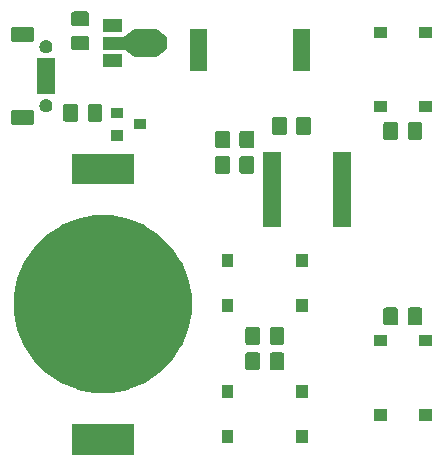
<source format=gbr>
G04 #@! TF.GenerationSoftware,KiCad,Pcbnew,5.1.4*
G04 #@! TF.CreationDate,2019-09-01T13:26:14+02:00*
G04 #@! TF.ProjectId,kroneum,6b726f6e-6575-46d2-9e6b-696361645f70,rev?*
G04 #@! TF.SameCoordinates,PX9eae8f0PY7ec80e0*
G04 #@! TF.FileFunction,Soldermask,Top*
G04 #@! TF.FilePolarity,Negative*
%FSLAX46Y46*%
G04 Gerber Fmt 4.6, Leading zero omitted, Abs format (unit mm)*
G04 Created by KiCad (PCBNEW 5.1.4) date 2019-09-01 13:26:14*
%MOMM*%
%LPD*%
G04 APERTURE LIST*
%ADD10C,0.020000*%
G04 APERTURE END LIST*
D10*
G36*
X-29489000Y419000D02*
G01*
X-34691000Y419000D01*
X-34691000Y3021000D01*
X-29489000Y3021000D01*
X-29489000Y419000D01*
X-29489000Y419000D01*
G37*
G36*
X-14739000Y1389000D02*
G01*
X-15691000Y1389000D01*
X-15691000Y2491000D01*
X-14739000Y2491000D01*
X-14739000Y1389000D01*
X-14739000Y1389000D01*
G37*
G36*
X-21039000Y1389000D02*
G01*
X-21991000Y1389000D01*
X-21991000Y2491000D01*
X-21039000Y2491000D01*
X-21039000Y1389000D01*
X-21039000Y1389000D01*
G37*
G36*
X-4239000Y3314000D02*
G01*
X-5341000Y3314000D01*
X-5341000Y4266000D01*
X-4239000Y4266000D01*
X-4239000Y3314000D01*
X-4239000Y3314000D01*
G37*
G36*
X-8039000Y3314000D02*
G01*
X-9141000Y3314000D01*
X-9141000Y4266000D01*
X-8039000Y4266000D01*
X-8039000Y3314000D01*
X-8039000Y3314000D01*
G37*
G36*
X-14739000Y5189000D02*
G01*
X-15691000Y5189000D01*
X-15691000Y6291000D01*
X-14739000Y6291000D01*
X-14739000Y5189000D01*
X-14739000Y5189000D01*
G37*
G36*
X-21039000Y5189000D02*
G01*
X-21991000Y5189000D01*
X-21991000Y6291000D01*
X-21039000Y6291000D01*
X-21039000Y5189000D01*
X-21039000Y5189000D01*
G37*
G36*
X-31338731Y20683543D02*
G01*
X-29908771Y20399107D01*
X-29887352Y20392609D01*
X-28540357Y19834665D01*
X-28520612Y19824111D01*
X-27308348Y19014102D01*
X-27291043Y18999901D01*
X-26260099Y17968957D01*
X-26245898Y17951652D01*
X-25435889Y16739388D01*
X-25425335Y16719643D01*
X-24867391Y15372648D01*
X-24860893Y15351229D01*
X-24576457Y13921269D01*
X-24574263Y13898989D01*
X-24574263Y12441011D01*
X-24576457Y12418731D01*
X-24860893Y10988771D01*
X-24867391Y10967352D01*
X-25425335Y9620357D01*
X-25435889Y9600612D01*
X-26245898Y8388348D01*
X-26260099Y8371043D01*
X-27291043Y7340099D01*
X-27308348Y7325898D01*
X-28520612Y6515889D01*
X-28540357Y6505335D01*
X-29887352Y5947391D01*
X-29908771Y5940893D01*
X-31338731Y5656457D01*
X-31361011Y5654263D01*
X-32818989Y5654263D01*
X-32841269Y5656457D01*
X-34271229Y5940893D01*
X-34292648Y5947391D01*
X-35639643Y6505335D01*
X-35659388Y6515889D01*
X-36871652Y7325898D01*
X-36888957Y7340099D01*
X-37919901Y8371043D01*
X-37934102Y8388348D01*
X-38744111Y9600612D01*
X-38754665Y9620357D01*
X-39312609Y10967352D01*
X-39319107Y10988771D01*
X-39603543Y12418731D01*
X-39605737Y12441011D01*
X-39605737Y13898989D01*
X-39603543Y13921269D01*
X-39319107Y15351229D01*
X-39312609Y15372648D01*
X-38754665Y16719643D01*
X-38744111Y16739388D01*
X-37934102Y17951652D01*
X-37919901Y17968957D01*
X-36888957Y18999901D01*
X-36871652Y19014102D01*
X-35659388Y19824111D01*
X-35639643Y19834665D01*
X-34292648Y20392609D01*
X-34271229Y20399107D01*
X-32841269Y20683543D01*
X-32818989Y20685737D01*
X-31361011Y20685737D01*
X-31338731Y20683543D01*
X-31338731Y20683543D01*
G37*
G36*
X-16876326Y9086535D02*
G01*
X-16838633Y9075101D01*
X-16803897Y9056534D01*
X-16773452Y9031548D01*
X-16748466Y9001103D01*
X-16729899Y8966367D01*
X-16718465Y8928674D01*
X-16714000Y8883339D01*
X-16714000Y7796661D01*
X-16718465Y7751326D01*
X-16729899Y7713633D01*
X-16748466Y7678897D01*
X-16773452Y7648452D01*
X-16803897Y7623466D01*
X-16838633Y7604899D01*
X-16876326Y7593465D01*
X-16921661Y7589000D01*
X-17758339Y7589000D01*
X-17803674Y7593465D01*
X-17841367Y7604899D01*
X-17876103Y7623466D01*
X-17906548Y7648452D01*
X-17931534Y7678897D01*
X-17950101Y7713633D01*
X-17961535Y7751326D01*
X-17966000Y7796661D01*
X-17966000Y8883339D01*
X-17961535Y8928674D01*
X-17950101Y8966367D01*
X-17931534Y9001103D01*
X-17906548Y9031548D01*
X-17876103Y9056534D01*
X-17841367Y9075101D01*
X-17803674Y9086535D01*
X-17758339Y9091000D01*
X-16921661Y9091000D01*
X-16876326Y9086535D01*
X-16876326Y9086535D01*
G37*
G36*
X-18926326Y9086535D02*
G01*
X-18888633Y9075101D01*
X-18853897Y9056534D01*
X-18823452Y9031548D01*
X-18798466Y9001103D01*
X-18779899Y8966367D01*
X-18768465Y8928674D01*
X-18764000Y8883339D01*
X-18764000Y7796661D01*
X-18768465Y7751326D01*
X-18779899Y7713633D01*
X-18798466Y7678897D01*
X-18823452Y7648452D01*
X-18853897Y7623466D01*
X-18888633Y7604899D01*
X-18926326Y7593465D01*
X-18971661Y7589000D01*
X-19808339Y7589000D01*
X-19853674Y7593465D01*
X-19891367Y7604899D01*
X-19926103Y7623466D01*
X-19956548Y7648452D01*
X-19981534Y7678897D01*
X-20000101Y7713633D01*
X-20011535Y7751326D01*
X-20016000Y7796661D01*
X-20016000Y8883339D01*
X-20011535Y8928674D01*
X-20000101Y8966367D01*
X-19981534Y9001103D01*
X-19956548Y9031548D01*
X-19926103Y9056534D01*
X-19891367Y9075101D01*
X-19853674Y9086535D01*
X-19808339Y9091000D01*
X-18971661Y9091000D01*
X-18926326Y9086535D01*
X-18926326Y9086535D01*
G37*
G36*
X-4239000Y9614000D02*
G01*
X-5341000Y9614000D01*
X-5341000Y10566000D01*
X-4239000Y10566000D01*
X-4239000Y9614000D01*
X-4239000Y9614000D01*
G37*
G36*
X-8039000Y9614000D02*
G01*
X-9141000Y9614000D01*
X-9141000Y10566000D01*
X-8039000Y10566000D01*
X-8039000Y9614000D01*
X-8039000Y9614000D01*
G37*
G36*
X-16876326Y11236535D02*
G01*
X-16838633Y11225101D01*
X-16803897Y11206534D01*
X-16773452Y11181548D01*
X-16748466Y11151103D01*
X-16729899Y11116367D01*
X-16718465Y11078674D01*
X-16714000Y11033339D01*
X-16714000Y9946661D01*
X-16718465Y9901326D01*
X-16729899Y9863633D01*
X-16748466Y9828897D01*
X-16773452Y9798452D01*
X-16803897Y9773466D01*
X-16838633Y9754899D01*
X-16876326Y9743465D01*
X-16921661Y9739000D01*
X-17758339Y9739000D01*
X-17803674Y9743465D01*
X-17841367Y9754899D01*
X-17876103Y9773466D01*
X-17906548Y9798452D01*
X-17931534Y9828897D01*
X-17950101Y9863633D01*
X-17961535Y9901326D01*
X-17966000Y9946661D01*
X-17966000Y11033339D01*
X-17961535Y11078674D01*
X-17950101Y11116367D01*
X-17931534Y11151103D01*
X-17906548Y11181548D01*
X-17876103Y11206534D01*
X-17841367Y11225101D01*
X-17803674Y11236535D01*
X-17758339Y11241000D01*
X-16921661Y11241000D01*
X-16876326Y11236535D01*
X-16876326Y11236535D01*
G37*
G36*
X-18926326Y11236535D02*
G01*
X-18888633Y11225101D01*
X-18853897Y11206534D01*
X-18823452Y11181548D01*
X-18798466Y11151103D01*
X-18779899Y11116367D01*
X-18768465Y11078674D01*
X-18764000Y11033339D01*
X-18764000Y9946661D01*
X-18768465Y9901326D01*
X-18779899Y9863633D01*
X-18798466Y9828897D01*
X-18823452Y9798452D01*
X-18853897Y9773466D01*
X-18888633Y9754899D01*
X-18926326Y9743465D01*
X-18971661Y9739000D01*
X-19808339Y9739000D01*
X-19853674Y9743465D01*
X-19891367Y9754899D01*
X-19926103Y9773466D01*
X-19956548Y9798452D01*
X-19981534Y9828897D01*
X-20000101Y9863633D01*
X-20011535Y9901326D01*
X-20016000Y9946661D01*
X-20016000Y11033339D01*
X-20011535Y11078674D01*
X-20000101Y11116367D01*
X-19981534Y11151103D01*
X-19956548Y11181548D01*
X-19926103Y11206534D01*
X-19891367Y11225101D01*
X-19853674Y11236535D01*
X-19808339Y11241000D01*
X-18971661Y11241000D01*
X-18926326Y11236535D01*
X-18926326Y11236535D01*
G37*
G36*
X-7251326Y12886535D02*
G01*
X-7213633Y12875101D01*
X-7178897Y12856534D01*
X-7148452Y12831548D01*
X-7123466Y12801103D01*
X-7104899Y12766367D01*
X-7093465Y12728674D01*
X-7089000Y12683339D01*
X-7089000Y11596661D01*
X-7093465Y11551326D01*
X-7104899Y11513633D01*
X-7123466Y11478897D01*
X-7148452Y11448452D01*
X-7178897Y11423466D01*
X-7213633Y11404899D01*
X-7251326Y11393465D01*
X-7296661Y11389000D01*
X-8133339Y11389000D01*
X-8178674Y11393465D01*
X-8216367Y11404899D01*
X-8251103Y11423466D01*
X-8281548Y11448452D01*
X-8306534Y11478897D01*
X-8325101Y11513633D01*
X-8336535Y11551326D01*
X-8341000Y11596661D01*
X-8341000Y12683339D01*
X-8336535Y12728674D01*
X-8325101Y12766367D01*
X-8306534Y12801103D01*
X-8281548Y12831548D01*
X-8251103Y12856534D01*
X-8216367Y12875101D01*
X-8178674Y12886535D01*
X-8133339Y12891000D01*
X-7296661Y12891000D01*
X-7251326Y12886535D01*
X-7251326Y12886535D01*
G37*
G36*
X-5201326Y12886535D02*
G01*
X-5163633Y12875101D01*
X-5128897Y12856534D01*
X-5098452Y12831548D01*
X-5073466Y12801103D01*
X-5054899Y12766367D01*
X-5043465Y12728674D01*
X-5039000Y12683339D01*
X-5039000Y11596661D01*
X-5043465Y11551326D01*
X-5054899Y11513633D01*
X-5073466Y11478897D01*
X-5098452Y11448452D01*
X-5128897Y11423466D01*
X-5163633Y11404899D01*
X-5201326Y11393465D01*
X-5246661Y11389000D01*
X-6083339Y11389000D01*
X-6128674Y11393465D01*
X-6166367Y11404899D01*
X-6201103Y11423466D01*
X-6231548Y11448452D01*
X-6256534Y11478897D01*
X-6275101Y11513633D01*
X-6286535Y11551326D01*
X-6291000Y11596661D01*
X-6291000Y12683339D01*
X-6286535Y12728674D01*
X-6275101Y12766367D01*
X-6256534Y12801103D01*
X-6231548Y12831548D01*
X-6201103Y12856534D01*
X-6166367Y12875101D01*
X-6128674Y12886535D01*
X-6083339Y12891000D01*
X-5246661Y12891000D01*
X-5201326Y12886535D01*
X-5201326Y12886535D01*
G37*
G36*
X-14739000Y12539000D02*
G01*
X-15691000Y12539000D01*
X-15691000Y13641000D01*
X-14739000Y13641000D01*
X-14739000Y12539000D01*
X-14739000Y12539000D01*
G37*
G36*
X-21039000Y12539000D02*
G01*
X-21991000Y12539000D01*
X-21991000Y13641000D01*
X-21039000Y13641000D01*
X-21039000Y12539000D01*
X-21039000Y12539000D01*
G37*
G36*
X-14739000Y16339000D02*
G01*
X-15691000Y16339000D01*
X-15691000Y17441000D01*
X-14739000Y17441000D01*
X-14739000Y16339000D01*
X-14739000Y16339000D01*
G37*
G36*
X-21039000Y16339000D02*
G01*
X-21991000Y16339000D01*
X-21991000Y17441000D01*
X-21039000Y17441000D01*
X-21039000Y16339000D01*
X-21039000Y16339000D01*
G37*
G36*
X-16989000Y19719000D02*
G01*
X-18541000Y19719000D01*
X-18541000Y26071000D01*
X-16989000Y26071000D01*
X-16989000Y19719000D01*
X-16989000Y19719000D01*
G37*
G36*
X-11089000Y19719000D02*
G01*
X-12641000Y19719000D01*
X-12641000Y26071000D01*
X-11089000Y26071000D01*
X-11089000Y19719000D01*
X-11089000Y19719000D01*
G37*
G36*
X-29489000Y23319000D02*
G01*
X-34691000Y23319000D01*
X-34691000Y25921000D01*
X-29489000Y25921000D01*
X-29489000Y23319000D01*
X-29489000Y23319000D01*
G37*
G36*
X-21476326Y25711535D02*
G01*
X-21438633Y25700101D01*
X-21403897Y25681534D01*
X-21373452Y25656548D01*
X-21348466Y25626103D01*
X-21329899Y25591367D01*
X-21318465Y25553674D01*
X-21314000Y25508339D01*
X-21314000Y24421661D01*
X-21318465Y24376326D01*
X-21329899Y24338633D01*
X-21348466Y24303897D01*
X-21373452Y24273452D01*
X-21403897Y24248466D01*
X-21438633Y24229899D01*
X-21476326Y24218465D01*
X-21521661Y24214000D01*
X-22358339Y24214000D01*
X-22403674Y24218465D01*
X-22441367Y24229899D01*
X-22476103Y24248466D01*
X-22506548Y24273452D01*
X-22531534Y24303897D01*
X-22550101Y24338633D01*
X-22561535Y24376326D01*
X-22566000Y24421661D01*
X-22566000Y25508339D01*
X-22561535Y25553674D01*
X-22550101Y25591367D01*
X-22531534Y25626103D01*
X-22506548Y25656548D01*
X-22476103Y25681534D01*
X-22441367Y25700101D01*
X-22403674Y25711535D01*
X-22358339Y25716000D01*
X-21521661Y25716000D01*
X-21476326Y25711535D01*
X-21476326Y25711535D01*
G37*
G36*
X-19426326Y25711535D02*
G01*
X-19388633Y25700101D01*
X-19353897Y25681534D01*
X-19323452Y25656548D01*
X-19298466Y25626103D01*
X-19279899Y25591367D01*
X-19268465Y25553674D01*
X-19264000Y25508339D01*
X-19264000Y24421661D01*
X-19268465Y24376326D01*
X-19279899Y24338633D01*
X-19298466Y24303897D01*
X-19323452Y24273452D01*
X-19353897Y24248466D01*
X-19388633Y24229899D01*
X-19426326Y24218465D01*
X-19471661Y24214000D01*
X-20308339Y24214000D01*
X-20353674Y24218465D01*
X-20391367Y24229899D01*
X-20426103Y24248466D01*
X-20456548Y24273452D01*
X-20481534Y24303897D01*
X-20500101Y24338633D01*
X-20511535Y24376326D01*
X-20516000Y24421661D01*
X-20516000Y25508339D01*
X-20511535Y25553674D01*
X-20500101Y25591367D01*
X-20481534Y25626103D01*
X-20456548Y25656548D01*
X-20426103Y25681534D01*
X-20391367Y25700101D01*
X-20353674Y25711535D01*
X-20308339Y25716000D01*
X-19471661Y25716000D01*
X-19426326Y25711535D01*
X-19426326Y25711535D01*
G37*
G36*
X-21476326Y27861535D02*
G01*
X-21438633Y27850101D01*
X-21403897Y27831534D01*
X-21373452Y27806548D01*
X-21348466Y27776103D01*
X-21329899Y27741367D01*
X-21318465Y27703674D01*
X-21314000Y27658339D01*
X-21314000Y26571661D01*
X-21318465Y26526326D01*
X-21329899Y26488633D01*
X-21348466Y26453897D01*
X-21373452Y26423452D01*
X-21403897Y26398466D01*
X-21438633Y26379899D01*
X-21476326Y26368465D01*
X-21521661Y26364000D01*
X-22358339Y26364000D01*
X-22403674Y26368465D01*
X-22441367Y26379899D01*
X-22476103Y26398466D01*
X-22506548Y26423452D01*
X-22531534Y26453897D01*
X-22550101Y26488633D01*
X-22561535Y26526326D01*
X-22566000Y26571661D01*
X-22566000Y27658339D01*
X-22561535Y27703674D01*
X-22550101Y27741367D01*
X-22531534Y27776103D01*
X-22506548Y27806548D01*
X-22476103Y27831534D01*
X-22441367Y27850101D01*
X-22403674Y27861535D01*
X-22358339Y27866000D01*
X-21521661Y27866000D01*
X-21476326Y27861535D01*
X-21476326Y27861535D01*
G37*
G36*
X-19426326Y27861535D02*
G01*
X-19388633Y27850101D01*
X-19353897Y27831534D01*
X-19323452Y27806548D01*
X-19298466Y27776103D01*
X-19279899Y27741367D01*
X-19268465Y27703674D01*
X-19264000Y27658339D01*
X-19264000Y26571661D01*
X-19268465Y26526326D01*
X-19279899Y26488633D01*
X-19298466Y26453897D01*
X-19323452Y26423452D01*
X-19353897Y26398466D01*
X-19388633Y26379899D01*
X-19426326Y26368465D01*
X-19471661Y26364000D01*
X-20308339Y26364000D01*
X-20353674Y26368465D01*
X-20391367Y26379899D01*
X-20426103Y26398466D01*
X-20456548Y26423452D01*
X-20481534Y26453897D01*
X-20500101Y26488633D01*
X-20511535Y26526326D01*
X-20516000Y26571661D01*
X-20516000Y27658339D01*
X-20511535Y27703674D01*
X-20500101Y27741367D01*
X-20481534Y27776103D01*
X-20456548Y27806548D01*
X-20426103Y27831534D01*
X-20391367Y27850101D01*
X-20353674Y27861535D01*
X-20308339Y27866000D01*
X-19471661Y27866000D01*
X-19426326Y27861535D01*
X-19426326Y27861535D01*
G37*
G36*
X-30414000Y27019000D02*
G01*
X-31416000Y27019000D01*
X-31416000Y27921000D01*
X-30414000Y27921000D01*
X-30414000Y27019000D01*
X-30414000Y27019000D01*
G37*
G36*
X-7251326Y28586535D02*
G01*
X-7213633Y28575101D01*
X-7178897Y28556534D01*
X-7148452Y28531548D01*
X-7123466Y28501103D01*
X-7104899Y28466367D01*
X-7093465Y28428674D01*
X-7089000Y28383339D01*
X-7089000Y27296661D01*
X-7093465Y27251326D01*
X-7104899Y27213633D01*
X-7123466Y27178897D01*
X-7148452Y27148452D01*
X-7178897Y27123466D01*
X-7213633Y27104899D01*
X-7251326Y27093465D01*
X-7296661Y27089000D01*
X-8133339Y27089000D01*
X-8178674Y27093465D01*
X-8216367Y27104899D01*
X-8251103Y27123466D01*
X-8281548Y27148452D01*
X-8306534Y27178897D01*
X-8325101Y27213633D01*
X-8336535Y27251326D01*
X-8341000Y27296661D01*
X-8341000Y28383339D01*
X-8336535Y28428674D01*
X-8325101Y28466367D01*
X-8306534Y28501103D01*
X-8281548Y28531548D01*
X-8251103Y28556534D01*
X-8216367Y28575101D01*
X-8178674Y28586535D01*
X-8133339Y28591000D01*
X-7296661Y28591000D01*
X-7251326Y28586535D01*
X-7251326Y28586535D01*
G37*
G36*
X-5201326Y28586535D02*
G01*
X-5163633Y28575101D01*
X-5128897Y28556534D01*
X-5098452Y28531548D01*
X-5073466Y28501103D01*
X-5054899Y28466367D01*
X-5043465Y28428674D01*
X-5039000Y28383339D01*
X-5039000Y27296661D01*
X-5043465Y27251326D01*
X-5054899Y27213633D01*
X-5073466Y27178897D01*
X-5098452Y27148452D01*
X-5128897Y27123466D01*
X-5163633Y27104899D01*
X-5201326Y27093465D01*
X-5246661Y27089000D01*
X-6083339Y27089000D01*
X-6128674Y27093465D01*
X-6166367Y27104899D01*
X-6201103Y27123466D01*
X-6231548Y27148452D01*
X-6256534Y27178897D01*
X-6275101Y27213633D01*
X-6286535Y27251326D01*
X-6291000Y27296661D01*
X-6291000Y28383339D01*
X-6286535Y28428674D01*
X-6275101Y28466367D01*
X-6256534Y28501103D01*
X-6231548Y28531548D01*
X-6201103Y28556534D01*
X-6166367Y28575101D01*
X-6128674Y28586535D01*
X-6083339Y28591000D01*
X-5246661Y28591000D01*
X-5201326Y28586535D01*
X-5201326Y28586535D01*
G37*
G36*
X-14626326Y29011535D02*
G01*
X-14588633Y29000101D01*
X-14553897Y28981534D01*
X-14523452Y28956548D01*
X-14498466Y28926103D01*
X-14479899Y28891367D01*
X-14468465Y28853674D01*
X-14464000Y28808339D01*
X-14464000Y27721661D01*
X-14468465Y27676326D01*
X-14479899Y27638633D01*
X-14498466Y27603897D01*
X-14523452Y27573452D01*
X-14553897Y27548466D01*
X-14588633Y27529899D01*
X-14626326Y27518465D01*
X-14671661Y27514000D01*
X-15508339Y27514000D01*
X-15553674Y27518465D01*
X-15591367Y27529899D01*
X-15626103Y27548466D01*
X-15656548Y27573452D01*
X-15681534Y27603897D01*
X-15700101Y27638633D01*
X-15711535Y27676326D01*
X-15716000Y27721661D01*
X-15716000Y28808339D01*
X-15711535Y28853674D01*
X-15700101Y28891367D01*
X-15681534Y28926103D01*
X-15656548Y28956548D01*
X-15626103Y28981534D01*
X-15591367Y29000101D01*
X-15553674Y29011535D01*
X-15508339Y29016000D01*
X-14671661Y29016000D01*
X-14626326Y29011535D01*
X-14626326Y29011535D01*
G37*
G36*
X-16676326Y29011535D02*
G01*
X-16638633Y29000101D01*
X-16603897Y28981534D01*
X-16573452Y28956548D01*
X-16548466Y28926103D01*
X-16529899Y28891367D01*
X-16518465Y28853674D01*
X-16514000Y28808339D01*
X-16514000Y27721661D01*
X-16518465Y27676326D01*
X-16529899Y27638633D01*
X-16548466Y27603897D01*
X-16573452Y27573452D01*
X-16603897Y27548466D01*
X-16638633Y27529899D01*
X-16676326Y27518465D01*
X-16721661Y27514000D01*
X-17558339Y27514000D01*
X-17603674Y27518465D01*
X-17641367Y27529899D01*
X-17676103Y27548466D01*
X-17706548Y27573452D01*
X-17731534Y27603897D01*
X-17750101Y27638633D01*
X-17761535Y27676326D01*
X-17766000Y27721661D01*
X-17766000Y28808339D01*
X-17761535Y28853674D01*
X-17750101Y28891367D01*
X-17731534Y28926103D01*
X-17706548Y28956548D01*
X-17676103Y28981534D01*
X-17641367Y29000101D01*
X-17603674Y29011535D01*
X-17558339Y29016000D01*
X-16721661Y29016000D01*
X-16676326Y29011535D01*
X-16676326Y29011535D01*
G37*
G36*
X-28414000Y27969000D02*
G01*
X-29416000Y27969000D01*
X-29416000Y28871000D01*
X-28414000Y28871000D01*
X-28414000Y27969000D01*
X-28414000Y27969000D01*
G37*
G36*
X-38100808Y29635354D02*
G01*
X-38051586Y29620422D01*
X-38006222Y29596174D01*
X-37966458Y29563542D01*
X-37933826Y29523778D01*
X-37909578Y29478414D01*
X-37894646Y29429192D01*
X-37889000Y29371860D01*
X-37889000Y28608140D01*
X-37894646Y28550808D01*
X-37909578Y28501586D01*
X-37933826Y28456222D01*
X-37966458Y28416458D01*
X-38006222Y28383826D01*
X-38051586Y28359578D01*
X-38100808Y28344646D01*
X-38158140Y28339000D01*
X-39621860Y28339000D01*
X-39679192Y28344646D01*
X-39728414Y28359578D01*
X-39773778Y28383826D01*
X-39813542Y28416458D01*
X-39846174Y28456222D01*
X-39870422Y28501586D01*
X-39885354Y28550808D01*
X-39891000Y28608140D01*
X-39891000Y29371860D01*
X-39885354Y29429192D01*
X-39870422Y29478414D01*
X-39846174Y29523778D01*
X-39813542Y29563542D01*
X-39773778Y29596174D01*
X-39728414Y29620422D01*
X-39679192Y29635354D01*
X-39621860Y29641000D01*
X-38158140Y29641000D01*
X-38100808Y29635354D01*
X-38100808Y29635354D01*
G37*
G36*
X-34344326Y30128535D02*
G01*
X-34306633Y30117101D01*
X-34271897Y30098534D01*
X-34241452Y30073548D01*
X-34216466Y30043103D01*
X-34197899Y30008367D01*
X-34186465Y29970674D01*
X-34182000Y29925339D01*
X-34182000Y28838661D01*
X-34186465Y28793326D01*
X-34197899Y28755633D01*
X-34216466Y28720897D01*
X-34241452Y28690452D01*
X-34271897Y28665466D01*
X-34306633Y28646899D01*
X-34344326Y28635465D01*
X-34389661Y28631000D01*
X-35226339Y28631000D01*
X-35271674Y28635465D01*
X-35309367Y28646899D01*
X-35344103Y28665466D01*
X-35374548Y28690452D01*
X-35399534Y28720897D01*
X-35418101Y28755633D01*
X-35429535Y28793326D01*
X-35434000Y28838661D01*
X-35434000Y29925339D01*
X-35429535Y29970674D01*
X-35418101Y30008367D01*
X-35399534Y30043103D01*
X-35374548Y30073548D01*
X-35344103Y30098534D01*
X-35309367Y30117101D01*
X-35271674Y30128535D01*
X-35226339Y30133000D01*
X-34389661Y30133000D01*
X-34344326Y30128535D01*
X-34344326Y30128535D01*
G37*
G36*
X-32294326Y30128535D02*
G01*
X-32256633Y30117101D01*
X-32221897Y30098534D01*
X-32191452Y30073548D01*
X-32166466Y30043103D01*
X-32147899Y30008367D01*
X-32136465Y29970674D01*
X-32132000Y29925339D01*
X-32132000Y28838661D01*
X-32136465Y28793326D01*
X-32147899Y28755633D01*
X-32166466Y28720897D01*
X-32191452Y28690452D01*
X-32221897Y28665466D01*
X-32256633Y28646899D01*
X-32294326Y28635465D01*
X-32339661Y28631000D01*
X-33176339Y28631000D01*
X-33221674Y28635465D01*
X-33259367Y28646899D01*
X-33294103Y28665466D01*
X-33324548Y28690452D01*
X-33349534Y28720897D01*
X-33368101Y28755633D01*
X-33379535Y28793326D01*
X-33384000Y28838661D01*
X-33384000Y29925339D01*
X-33379535Y29970674D01*
X-33368101Y30008367D01*
X-33349534Y30043103D01*
X-33324548Y30073548D01*
X-33294103Y30098534D01*
X-33259367Y30117101D01*
X-33221674Y30128535D01*
X-33176339Y30133000D01*
X-32339661Y30133000D01*
X-32294326Y30128535D01*
X-32294326Y30128535D01*
G37*
G36*
X-30414000Y28919000D02*
G01*
X-31416000Y28919000D01*
X-31416000Y29821000D01*
X-30414000Y29821000D01*
X-30414000Y28919000D01*
X-30414000Y28919000D01*
G37*
G36*
X-4239000Y29414000D02*
G01*
X-5341000Y29414000D01*
X-5341000Y30366000D01*
X-4239000Y30366000D01*
X-4239000Y29414000D01*
X-4239000Y29414000D01*
G37*
G36*
X-8039000Y29414000D02*
G01*
X-9141000Y29414000D01*
X-9141000Y30366000D01*
X-8039000Y30366000D01*
X-8039000Y29414000D01*
X-8039000Y29414000D01*
G37*
G36*
X-36741779Y30519826D02*
G01*
X-36641505Y30478291D01*
X-36641504Y30478290D01*
X-36551258Y30417990D01*
X-36474510Y30341242D01*
X-36474509Y30341240D01*
X-36414209Y30250995D01*
X-36372674Y30150721D01*
X-36351500Y30044270D01*
X-36351500Y29935730D01*
X-36372674Y29829279D01*
X-36414209Y29729005D01*
X-36414210Y29729004D01*
X-36474510Y29638758D01*
X-36551258Y29562010D01*
X-36575723Y29545663D01*
X-36641505Y29501709D01*
X-36741779Y29460174D01*
X-36848230Y29439000D01*
X-36956770Y29439000D01*
X-37063221Y29460174D01*
X-37163495Y29501709D01*
X-37229277Y29545663D01*
X-37253742Y29562010D01*
X-37330490Y29638758D01*
X-37390790Y29729004D01*
X-37390791Y29729005D01*
X-37432326Y29829279D01*
X-37453500Y29935730D01*
X-37453500Y30044270D01*
X-37432326Y30150721D01*
X-37390791Y30250995D01*
X-37330491Y30341240D01*
X-37330490Y30341242D01*
X-37253742Y30417990D01*
X-37163496Y30478290D01*
X-37163495Y30478291D01*
X-37063221Y30519826D01*
X-36956770Y30541000D01*
X-36848230Y30541000D01*
X-36741779Y30519826D01*
X-36741779Y30519826D01*
G37*
G36*
X-36176500Y30939000D02*
G01*
X-37628500Y30939000D01*
X-37628500Y34041000D01*
X-36176500Y34041000D01*
X-36176500Y30939000D01*
X-36176500Y30939000D01*
G37*
G36*
X-23264000Y32939000D02*
G01*
X-24666000Y32939000D01*
X-24666000Y36441000D01*
X-23264000Y36441000D01*
X-23264000Y32939000D01*
X-23264000Y32939000D01*
G37*
G36*
X-14564000Y32939000D02*
G01*
X-15966000Y32939000D01*
X-15966000Y36441000D01*
X-14564000Y36441000D01*
X-14564000Y32939000D01*
X-14564000Y32939000D01*
G37*
G36*
X-30494000Y33229000D02*
G01*
X-32096000Y33229000D01*
X-32096000Y34331000D01*
X-30494000Y34331000D01*
X-30494000Y33229000D01*
X-30494000Y33229000D01*
G37*
G36*
X-27589224Y36453879D02*
G01*
X-27567916Y36441778D01*
X-27544657Y36434067D01*
X-27517139Y36431000D01*
X-27505765Y36431000D01*
X-27500985Y36415243D01*
X-27489434Y36393632D01*
X-27473889Y36374690D01*
X-27457586Y36360958D01*
X-26672000Y35806426D01*
X-26672000Y34753574D01*
X-27457586Y34199042D01*
X-27476123Y34183017D01*
X-27491178Y34163683D01*
X-27502172Y34141784D01*
X-27505695Y34129000D01*
X-27517139Y34129000D01*
X-27541525Y34126598D01*
X-27564974Y34119485D01*
X-27589224Y34106121D01*
X-27642449Y34068550D01*
X-27645066Y34073447D01*
X-27660611Y34092389D01*
X-27679553Y34107934D01*
X-27701164Y34119485D01*
X-27724613Y34126598D01*
X-27748999Y34129000D01*
X-29215201Y34129000D01*
X-29239587Y34126598D01*
X-29263036Y34119485D01*
X-29284647Y34107934D01*
X-29303589Y34092389D01*
X-29319134Y34073447D01*
X-29321525Y34068974D01*
X-29374996Y34106404D01*
X-29396351Y34118421D01*
X-29419640Y34126041D01*
X-29446678Y34129000D01*
X-29457644Y34129000D01*
X-29462015Y34143410D01*
X-29473566Y34165021D01*
X-29489111Y34183963D01*
X-29505817Y34197978D01*
X-30232140Y34706404D01*
X-30253495Y34718421D01*
X-30276784Y34726041D01*
X-30303822Y34729000D01*
X-32099500Y34729000D01*
X-32099500Y35831000D01*
X-30303822Y35831000D01*
X-30279436Y35833402D01*
X-30255987Y35840515D01*
X-30232140Y35853596D01*
X-29505817Y36362022D01*
X-29487216Y36377974D01*
X-29472085Y36397248D01*
X-29461005Y36419104D01*
X-29457676Y36431000D01*
X-29446678Y36431000D01*
X-29422292Y36433402D01*
X-29398843Y36440515D01*
X-29374996Y36453596D01*
X-29321525Y36491026D01*
X-29319134Y36486553D01*
X-29303589Y36467611D01*
X-29284647Y36452066D01*
X-29263036Y36440515D01*
X-29239587Y36433402D01*
X-29215201Y36431000D01*
X-27748999Y36431000D01*
X-27724613Y36433402D01*
X-27701164Y36440515D01*
X-27679553Y36452066D01*
X-27660611Y36467611D01*
X-27645066Y36486553D01*
X-27642449Y36491450D01*
X-27589224Y36453879D01*
X-27589224Y36453879D01*
G37*
G36*
X-36741779Y35519826D02*
G01*
X-36641505Y35478291D01*
X-36641504Y35478290D01*
X-36551258Y35417990D01*
X-36474510Y35341242D01*
X-36474509Y35341240D01*
X-36414209Y35250995D01*
X-36372674Y35150721D01*
X-36351500Y35044270D01*
X-36351500Y34935730D01*
X-36372674Y34829279D01*
X-36414209Y34729005D01*
X-36421281Y34718421D01*
X-36474510Y34638758D01*
X-36551258Y34562010D01*
X-36596688Y34531655D01*
X-36641505Y34501709D01*
X-36741779Y34460174D01*
X-36848230Y34439000D01*
X-36956770Y34439000D01*
X-37063221Y34460174D01*
X-37163495Y34501709D01*
X-37208312Y34531655D01*
X-37253742Y34562010D01*
X-37330490Y34638758D01*
X-37383719Y34718421D01*
X-37390791Y34729005D01*
X-37432326Y34829279D01*
X-37453500Y34935730D01*
X-37453500Y35044270D01*
X-37432326Y35150721D01*
X-37390791Y35250995D01*
X-37330491Y35341240D01*
X-37330490Y35341242D01*
X-37253742Y35417990D01*
X-37163496Y35478290D01*
X-37163495Y35478291D01*
X-37063221Y35519826D01*
X-36956770Y35541000D01*
X-36848230Y35541000D01*
X-36741779Y35519826D01*
X-36741779Y35519826D01*
G37*
G36*
X-33416326Y35896535D02*
G01*
X-33378633Y35885101D01*
X-33343897Y35866534D01*
X-33313452Y35841548D01*
X-33288466Y35811103D01*
X-33269899Y35776367D01*
X-33258465Y35738674D01*
X-33254000Y35693339D01*
X-33254000Y34856661D01*
X-33258465Y34811326D01*
X-33269899Y34773633D01*
X-33288466Y34738897D01*
X-33313452Y34708452D01*
X-33343897Y34683466D01*
X-33378633Y34664899D01*
X-33416326Y34653465D01*
X-33461661Y34649000D01*
X-34548339Y34649000D01*
X-34593674Y34653465D01*
X-34631367Y34664899D01*
X-34666103Y34683466D01*
X-34696548Y34708452D01*
X-34721534Y34738897D01*
X-34740101Y34773633D01*
X-34751535Y34811326D01*
X-34756000Y34856661D01*
X-34756000Y35693339D01*
X-34751535Y35738674D01*
X-34740101Y35776367D01*
X-34721534Y35811103D01*
X-34696548Y35841548D01*
X-34666103Y35866534D01*
X-34631367Y35885101D01*
X-34593674Y35896535D01*
X-34548339Y35901000D01*
X-33461661Y35901000D01*
X-33416326Y35896535D01*
X-33416326Y35896535D01*
G37*
G36*
X-38100808Y36635354D02*
G01*
X-38051586Y36620422D01*
X-38006222Y36596174D01*
X-37966458Y36563542D01*
X-37933826Y36523778D01*
X-37909578Y36478414D01*
X-37894646Y36429192D01*
X-37889000Y36371860D01*
X-37889000Y35608140D01*
X-37894646Y35550808D01*
X-37909578Y35501586D01*
X-37933826Y35456222D01*
X-37966458Y35416458D01*
X-38006222Y35383826D01*
X-38051586Y35359578D01*
X-38100808Y35344646D01*
X-38158140Y35339000D01*
X-39621860Y35339000D01*
X-39679192Y35344646D01*
X-39728414Y35359578D01*
X-39773778Y35383826D01*
X-39813542Y35416458D01*
X-39846174Y35456222D01*
X-39870422Y35501586D01*
X-39885354Y35550808D01*
X-39891000Y35608140D01*
X-39891000Y36371860D01*
X-39885354Y36429192D01*
X-39870422Y36478414D01*
X-39846174Y36523778D01*
X-39813542Y36563542D01*
X-39773778Y36596174D01*
X-39728414Y36620422D01*
X-39679192Y36635354D01*
X-39621860Y36641000D01*
X-38158140Y36641000D01*
X-38100808Y36635354D01*
X-38100808Y36635354D01*
G37*
G36*
X-8039000Y35714000D02*
G01*
X-9141000Y35714000D01*
X-9141000Y36666000D01*
X-8039000Y36666000D01*
X-8039000Y35714000D01*
X-8039000Y35714000D01*
G37*
G36*
X-4239000Y35714000D02*
G01*
X-5341000Y35714000D01*
X-5341000Y36666000D01*
X-4239000Y36666000D01*
X-4239000Y35714000D01*
X-4239000Y35714000D01*
G37*
G36*
X-30494000Y36229000D02*
G01*
X-32096000Y36229000D01*
X-32096000Y37331000D01*
X-30494000Y37331000D01*
X-30494000Y36229000D01*
X-30494000Y36229000D01*
G37*
G36*
X-33416326Y37946535D02*
G01*
X-33378633Y37935101D01*
X-33343897Y37916534D01*
X-33313452Y37891548D01*
X-33288466Y37861103D01*
X-33269899Y37826367D01*
X-33258465Y37788674D01*
X-33254000Y37743339D01*
X-33254000Y36906661D01*
X-33258465Y36861326D01*
X-33269899Y36823633D01*
X-33288466Y36788897D01*
X-33313452Y36758452D01*
X-33343897Y36733466D01*
X-33378633Y36714899D01*
X-33416326Y36703465D01*
X-33461661Y36699000D01*
X-34548339Y36699000D01*
X-34593674Y36703465D01*
X-34631367Y36714899D01*
X-34666103Y36733466D01*
X-34696548Y36758452D01*
X-34721534Y36788897D01*
X-34740101Y36823633D01*
X-34751535Y36861326D01*
X-34756000Y36906661D01*
X-34756000Y37743339D01*
X-34751535Y37788674D01*
X-34740101Y37826367D01*
X-34721534Y37861103D01*
X-34696548Y37891548D01*
X-34666103Y37916534D01*
X-34631367Y37935101D01*
X-34593674Y37946535D01*
X-34548339Y37951000D01*
X-33461661Y37951000D01*
X-33416326Y37946535D01*
X-33416326Y37946535D01*
G37*
M02*

</source>
